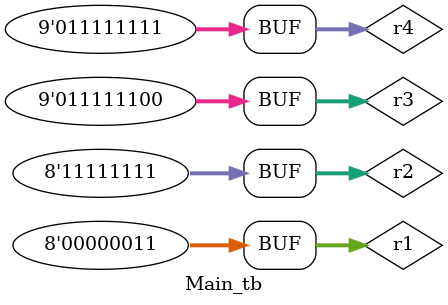
<source format=v>
module Q0(
input [7:0] R1,
input [7:0] R2,
input [8:0] R3,
output [15:0] Q0
);

assign Q0 = ( ( 32896 * R1 - 256 * R2 + 32895 * R3 + 65535 ) % 65535 ) % 256;

endmodule

module Q2(
input [7:0] R2,
input [15:0] Q0,
output [24:0] Q2
);

assign Q2 = Q0 * 256 + R2;

endmodule

module S1(
input [7:0] R1,
input [7:0] R2,
output [7:0] S1
);

assign S1 = (R1 - (R2 % 256)+255)%255; 

endmodule

module S2(
input [8:0] R4,
input [15:0] Q0,
input [24:0] Q2,
output [7:0] S2
);		

			
wire [7:0] q1;
wire [7:0] q3;
wire [8:0] q2m511;
wire [33:0] x;
wire [8:0] xm511;

assign q3 = 338;
assign q1 = Q0 & 255;
assign q2m511 = Q2 - (Q2 / 511) * 511;
assign x = (R4 + 511 - q2m511 ) * 338;
assign xm511 = x - (x / 511) * 511;

assign S2 = (q1 - xm511) & 255;

endmodule

module S3(
input [7:0] R2,
input [8:0] R3,
output [8:0] S3
);

assign S3 =  ((R2 % 256) - R3)%257;

endmodule

module S4(
input [8:0] R4,
input [15:0] Q0,
input [24:0] Q2,
output [8:0] S4
);

assign S4 = (Q0+(R4+ 511-Q2%511)*338*127 )%511;

endmodule



/* ---------------------------- Test bench ----------------------------  */ 
module Main_tb();

reg [7:0] r1;
reg [7:0] r2;
reg [8:0] r3;
reg [8:0] r4;

wire [15:0] q0;
wire [24:0] q2;

wire [7:0] s1;
wire [7:0] s2;
wire [8:0] s3;
wire [8:0] s4;

S1 mod_s1(
.R1(r1),
.R2(r2),
.S1(s1)
);

S3 mod_s3(
.R2(r2),
.R3(r3),
.S3(s3)
);

Q0 mod_q0(
.R1(r1),
.R2(r2),
.R3(r3),
.Q0(q0)
);

Q2 mod_q2(
.R2(r2),
.Q0(q0),
.Q2(q2)
);

S2 mod_s2(
.R4(r4),
.Q0(q0),
.Q2(q2),
.S2(s2)
);

S4 mod_s4(
.R4(r4),
.Q0(q0),
.Q2(q2),
.S4(s4)
);

initial
 begin
 r1 = 8'b00000011;
 r2 = 8'b11111111;
 r3 = 9'b011111100;
 r4 = 9'b011111111;
 end

initial
 begin
 $monitor ("S1: %d\nS2: %d\nS3: %d\nS4: %d", s1, s2, s3, s4);
 end
endmodule



</source>
